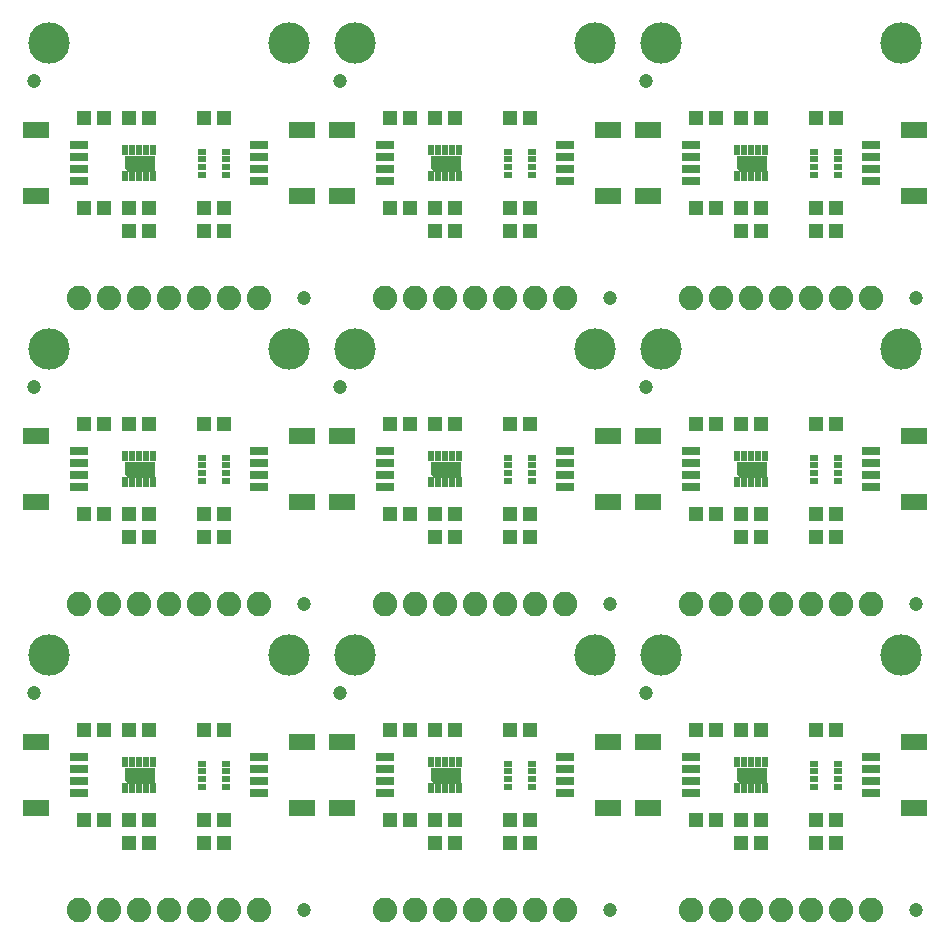
<source format=gts>
G75*
%MOIN*%
%OFA0B0*%
%FSLAX25Y25*%
%IPPOS*%
%LPD*%
%AMOC8*
5,1,8,0,0,1.08239X$1,22.5*
%
%ADD10R,0.05131X0.04737*%
%ADD11C,0.13800*%
%ADD12C,0.04737*%
%ADD13C,0.08200*%
%ADD14R,0.02375X0.03556*%
%ADD15C,0.00197*%
%ADD16R,0.02769X0.02178*%
%ADD17R,0.08674X0.05524*%
%ADD18R,0.06115X0.03162*%
D10*
X0065154Y0095833D03*
X0071846Y0095833D03*
X0071846Y0103333D03*
X0065154Y0103333D03*
X0056846Y0103333D03*
X0050154Y0103333D03*
X0050154Y0133333D03*
X0056846Y0133333D03*
X0065154Y0133333D03*
X0071846Y0133333D03*
X0090154Y0133333D03*
X0096846Y0133333D03*
X0096846Y0103333D03*
X0090154Y0103333D03*
X0090154Y0095833D03*
X0096846Y0095833D03*
X0152154Y0103333D03*
X0158846Y0103333D03*
X0167154Y0103333D03*
X0173846Y0103333D03*
X0173846Y0095833D03*
X0167154Y0095833D03*
X0192154Y0095833D03*
X0198846Y0095833D03*
X0198846Y0103333D03*
X0192154Y0103333D03*
X0192154Y0133333D03*
X0198846Y0133333D03*
X0173846Y0133333D03*
X0167154Y0133333D03*
X0158846Y0133333D03*
X0152154Y0133333D03*
X0167154Y0197833D03*
X0167154Y0205333D03*
X0173846Y0205333D03*
X0173846Y0197833D03*
X0158846Y0205333D03*
X0152154Y0205333D03*
X0152154Y0235333D03*
X0158846Y0235333D03*
X0167154Y0235333D03*
X0173846Y0235333D03*
X0192154Y0235333D03*
X0198846Y0235333D03*
X0198846Y0205333D03*
X0198846Y0197833D03*
X0192154Y0197833D03*
X0192154Y0205333D03*
X0254154Y0205333D03*
X0260846Y0205333D03*
X0269154Y0205333D03*
X0269154Y0197833D03*
X0275846Y0197833D03*
X0275846Y0205333D03*
X0294154Y0205333D03*
X0300846Y0205333D03*
X0300846Y0197833D03*
X0294154Y0197833D03*
X0294154Y0235333D03*
X0300846Y0235333D03*
X0275846Y0235333D03*
X0269154Y0235333D03*
X0260846Y0235333D03*
X0254154Y0235333D03*
X0269154Y0299833D03*
X0275846Y0299833D03*
X0275846Y0307333D03*
X0269154Y0307333D03*
X0260846Y0307333D03*
X0254154Y0307333D03*
X0254154Y0337333D03*
X0260846Y0337333D03*
X0269154Y0337333D03*
X0275846Y0337333D03*
X0294154Y0337333D03*
X0300846Y0337333D03*
X0300846Y0307333D03*
X0294154Y0307333D03*
X0294154Y0299833D03*
X0300846Y0299833D03*
X0198846Y0299833D03*
X0192154Y0299833D03*
X0192154Y0307333D03*
X0198846Y0307333D03*
X0173846Y0307333D03*
X0167154Y0307333D03*
X0167154Y0299833D03*
X0173846Y0299833D03*
X0158846Y0307333D03*
X0152154Y0307333D03*
X0152154Y0337333D03*
X0158846Y0337333D03*
X0167154Y0337333D03*
X0173846Y0337333D03*
X0192154Y0337333D03*
X0198846Y0337333D03*
X0096846Y0337333D03*
X0090154Y0337333D03*
X0071846Y0337333D03*
X0065154Y0337333D03*
X0056846Y0337333D03*
X0050154Y0337333D03*
X0050154Y0307333D03*
X0056846Y0307333D03*
X0065154Y0307333D03*
X0071846Y0307333D03*
X0071846Y0299833D03*
X0065154Y0299833D03*
X0090154Y0299833D03*
X0096846Y0299833D03*
X0096846Y0307333D03*
X0090154Y0307333D03*
X0090154Y0235333D03*
X0096846Y0235333D03*
X0071846Y0235333D03*
X0065154Y0235333D03*
X0056846Y0235333D03*
X0050154Y0235333D03*
X0050154Y0205333D03*
X0056846Y0205333D03*
X0065154Y0205333D03*
X0065154Y0197833D03*
X0071846Y0197833D03*
X0071846Y0205333D03*
X0090154Y0205333D03*
X0090154Y0197833D03*
X0096846Y0197833D03*
X0096846Y0205333D03*
X0254154Y0133333D03*
X0260846Y0133333D03*
X0269154Y0133333D03*
X0275846Y0133333D03*
X0294154Y0133333D03*
X0300846Y0133333D03*
X0300846Y0103333D03*
X0294154Y0103333D03*
X0294154Y0095833D03*
X0300846Y0095833D03*
X0275846Y0095833D03*
X0269154Y0095833D03*
X0269154Y0103333D03*
X0275846Y0103333D03*
X0260846Y0103333D03*
X0254154Y0103333D03*
D11*
X0242500Y0158333D03*
X0220500Y0158333D03*
X0140500Y0158333D03*
X0118500Y0158333D03*
X0038500Y0158333D03*
X0038500Y0260333D03*
X0118500Y0260333D03*
X0140500Y0260333D03*
X0220500Y0260333D03*
X0242500Y0260333D03*
X0322500Y0260333D03*
X0322500Y0158333D03*
X0322500Y0362333D03*
X0242500Y0362333D03*
X0220500Y0362333D03*
X0140500Y0362333D03*
X0118500Y0362333D03*
X0038500Y0362333D03*
D12*
X0033500Y0349833D03*
X0123500Y0277333D03*
X0135500Y0247833D03*
X0123500Y0175333D03*
X0135500Y0145833D03*
X0123500Y0073333D03*
X0033500Y0145833D03*
X0033500Y0247833D03*
X0135500Y0349833D03*
X0225500Y0277333D03*
X0237500Y0247833D03*
X0225500Y0175333D03*
X0237500Y0145833D03*
X0225500Y0073333D03*
X0327500Y0073333D03*
X0327500Y0175333D03*
X0327500Y0277333D03*
X0237500Y0349833D03*
D13*
X0048500Y0073333D03*
X0058500Y0073333D03*
X0068500Y0073333D03*
X0078500Y0073333D03*
X0088500Y0073333D03*
X0098500Y0073333D03*
X0108500Y0073333D03*
X0150500Y0073333D03*
X0160500Y0073333D03*
X0170500Y0073333D03*
X0180500Y0073333D03*
X0190500Y0073333D03*
X0200500Y0073333D03*
X0210500Y0073333D03*
X0252500Y0073333D03*
X0262500Y0073333D03*
X0272500Y0073333D03*
X0282500Y0073333D03*
X0292500Y0073333D03*
X0302500Y0073333D03*
X0312500Y0073333D03*
X0312500Y0175333D03*
X0302500Y0175333D03*
X0292500Y0175333D03*
X0282500Y0175333D03*
X0272500Y0175333D03*
X0262500Y0175333D03*
X0252500Y0175333D03*
X0210500Y0175333D03*
X0200500Y0175333D03*
X0190500Y0175333D03*
X0180500Y0175333D03*
X0170500Y0175333D03*
X0160500Y0175333D03*
X0150500Y0175333D03*
X0108500Y0175333D03*
X0098500Y0175333D03*
X0088500Y0175333D03*
X0078500Y0175333D03*
X0068500Y0175333D03*
X0058500Y0175333D03*
X0048500Y0175333D03*
X0048500Y0277333D03*
X0058500Y0277333D03*
X0068500Y0277333D03*
X0078500Y0277333D03*
X0088500Y0277333D03*
X0098500Y0277333D03*
X0108500Y0277333D03*
X0150500Y0277333D03*
X0160500Y0277333D03*
X0170500Y0277333D03*
X0180500Y0277333D03*
X0190500Y0277333D03*
X0200500Y0277333D03*
X0210500Y0277333D03*
X0252500Y0277333D03*
X0262500Y0277333D03*
X0272500Y0277333D03*
X0282500Y0277333D03*
X0292500Y0277333D03*
X0302500Y0277333D03*
X0312500Y0277333D03*
D14*
X0277224Y0318003D03*
X0274862Y0318003D03*
X0272500Y0318003D03*
X0270138Y0318003D03*
X0267776Y0318003D03*
X0267776Y0326664D03*
X0270138Y0326664D03*
X0272500Y0326664D03*
X0274862Y0326664D03*
X0277224Y0326664D03*
X0277224Y0224664D03*
X0274862Y0224664D03*
X0272500Y0224664D03*
X0270138Y0224664D03*
X0267776Y0224664D03*
X0267776Y0216003D03*
X0270138Y0216003D03*
X0272500Y0216003D03*
X0274862Y0216003D03*
X0277224Y0216003D03*
X0277224Y0122664D03*
X0274862Y0122664D03*
X0272500Y0122664D03*
X0270138Y0122664D03*
X0267776Y0122664D03*
X0267776Y0114003D03*
X0270138Y0114003D03*
X0272500Y0114003D03*
X0274862Y0114003D03*
X0277224Y0114003D03*
X0175224Y0114003D03*
X0172862Y0114003D03*
X0170500Y0114003D03*
X0168138Y0114003D03*
X0165776Y0114003D03*
X0165776Y0122664D03*
X0168138Y0122664D03*
X0170500Y0122664D03*
X0172862Y0122664D03*
X0175224Y0122664D03*
X0175224Y0216003D03*
X0172862Y0216003D03*
X0170500Y0216003D03*
X0168138Y0216003D03*
X0165776Y0216003D03*
X0165776Y0224664D03*
X0168138Y0224664D03*
X0170500Y0224664D03*
X0172862Y0224664D03*
X0175224Y0224664D03*
X0175224Y0318003D03*
X0172862Y0318003D03*
X0170500Y0318003D03*
X0168138Y0318003D03*
X0165776Y0318003D03*
X0165776Y0326664D03*
X0168138Y0326664D03*
X0170500Y0326664D03*
X0172862Y0326664D03*
X0175224Y0326664D03*
X0073224Y0326664D03*
X0070862Y0326664D03*
X0068500Y0326664D03*
X0066138Y0326664D03*
X0063776Y0326664D03*
X0063776Y0318003D03*
X0066138Y0318003D03*
X0068500Y0318003D03*
X0070862Y0318003D03*
X0073224Y0318003D03*
X0073224Y0224664D03*
X0070862Y0224664D03*
X0068500Y0224664D03*
X0066138Y0224664D03*
X0063776Y0224664D03*
X0063776Y0216003D03*
X0066138Y0216003D03*
X0068500Y0216003D03*
X0070862Y0216003D03*
X0073224Y0216003D03*
X0073224Y0122664D03*
X0070862Y0122664D03*
X0068500Y0122664D03*
X0066138Y0122664D03*
X0063776Y0122664D03*
X0063776Y0114003D03*
X0066138Y0114003D03*
X0068500Y0114003D03*
X0070862Y0114003D03*
X0073224Y0114003D03*
D15*
X0073323Y0115873D02*
X0073323Y0120794D01*
X0063677Y0120794D01*
X0063677Y0116955D01*
X0064760Y0115873D01*
X0073323Y0115873D01*
X0073323Y0116002D02*
X0064631Y0116002D01*
X0064436Y0116197D02*
X0073323Y0116197D01*
X0073323Y0116392D02*
X0064240Y0116392D01*
X0064045Y0116588D02*
X0073323Y0116588D01*
X0073323Y0116783D02*
X0063850Y0116783D01*
X0063677Y0116978D02*
X0073323Y0116978D01*
X0073323Y0117174D02*
X0063677Y0117174D01*
X0063677Y0117369D02*
X0073323Y0117369D01*
X0073323Y0117564D02*
X0063677Y0117564D01*
X0063677Y0117760D02*
X0073323Y0117760D01*
X0073323Y0117955D02*
X0063677Y0117955D01*
X0063677Y0118151D02*
X0073323Y0118151D01*
X0073323Y0118346D02*
X0063677Y0118346D01*
X0063677Y0118541D02*
X0073323Y0118541D01*
X0073323Y0118737D02*
X0063677Y0118737D01*
X0063677Y0118932D02*
X0073323Y0118932D01*
X0073323Y0119127D02*
X0063677Y0119127D01*
X0063677Y0119323D02*
X0073323Y0119323D01*
X0073323Y0119518D02*
X0063677Y0119518D01*
X0063677Y0119713D02*
X0073323Y0119713D01*
X0073323Y0119909D02*
X0063677Y0119909D01*
X0063677Y0120104D02*
X0073323Y0120104D01*
X0073323Y0120300D02*
X0063677Y0120300D01*
X0063677Y0120495D02*
X0073323Y0120495D01*
X0073323Y0120690D02*
X0063677Y0120690D01*
X0064760Y0217873D02*
X0063677Y0218955D01*
X0063677Y0222794D01*
X0073323Y0222794D01*
X0073323Y0217873D01*
X0064760Y0217873D01*
X0064652Y0217980D02*
X0073323Y0217980D01*
X0073323Y0218176D02*
X0064457Y0218176D01*
X0064261Y0218371D02*
X0073323Y0218371D01*
X0073323Y0218566D02*
X0064066Y0218566D01*
X0063871Y0218762D02*
X0073323Y0218762D01*
X0073323Y0218957D02*
X0063677Y0218957D01*
X0063677Y0219153D02*
X0073323Y0219153D01*
X0073323Y0219348D02*
X0063677Y0219348D01*
X0063677Y0219543D02*
X0073323Y0219543D01*
X0073323Y0219739D02*
X0063677Y0219739D01*
X0063677Y0219934D02*
X0073323Y0219934D01*
X0073323Y0220129D02*
X0063677Y0220129D01*
X0063677Y0220325D02*
X0073323Y0220325D01*
X0073323Y0220520D02*
X0063677Y0220520D01*
X0063677Y0220715D02*
X0073323Y0220715D01*
X0073323Y0220911D02*
X0063677Y0220911D01*
X0063677Y0221106D02*
X0073323Y0221106D01*
X0073323Y0221302D02*
X0063677Y0221302D01*
X0063677Y0221497D02*
X0073323Y0221497D01*
X0073323Y0221692D02*
X0063677Y0221692D01*
X0063677Y0221888D02*
X0073323Y0221888D01*
X0073323Y0222083D02*
X0063677Y0222083D01*
X0063677Y0222278D02*
X0073323Y0222278D01*
X0073323Y0222474D02*
X0063677Y0222474D01*
X0063677Y0222669D02*
X0073323Y0222669D01*
X0073323Y0319873D02*
X0064760Y0319873D01*
X0063677Y0320955D01*
X0063677Y0324794D01*
X0073323Y0324794D01*
X0073323Y0319873D01*
X0073323Y0319959D02*
X0064673Y0319959D01*
X0064478Y0320155D02*
X0073323Y0320155D01*
X0073323Y0320350D02*
X0064283Y0320350D01*
X0064087Y0320545D02*
X0073323Y0320545D01*
X0073323Y0320741D02*
X0063892Y0320741D01*
X0063697Y0320936D02*
X0073323Y0320936D01*
X0073323Y0321131D02*
X0063677Y0321131D01*
X0063677Y0321327D02*
X0073323Y0321327D01*
X0073323Y0321522D02*
X0063677Y0321522D01*
X0063677Y0321717D02*
X0073323Y0321717D01*
X0073323Y0321913D02*
X0063677Y0321913D01*
X0063677Y0322108D02*
X0073323Y0322108D01*
X0073323Y0322304D02*
X0063677Y0322304D01*
X0063677Y0322499D02*
X0073323Y0322499D01*
X0073323Y0322694D02*
X0063677Y0322694D01*
X0063677Y0322890D02*
X0073323Y0322890D01*
X0073323Y0323085D02*
X0063677Y0323085D01*
X0063677Y0323280D02*
X0073323Y0323280D01*
X0073323Y0323476D02*
X0063677Y0323476D01*
X0063677Y0323671D02*
X0073323Y0323671D01*
X0073323Y0323866D02*
X0063677Y0323866D01*
X0063677Y0324062D02*
X0073323Y0324062D01*
X0073323Y0324257D02*
X0063677Y0324257D01*
X0063677Y0324453D02*
X0073323Y0324453D01*
X0073323Y0324648D02*
X0063677Y0324648D01*
X0165677Y0324648D02*
X0175323Y0324648D01*
X0175323Y0324794D02*
X0175323Y0319873D01*
X0166760Y0319873D01*
X0165677Y0320955D01*
X0165677Y0324794D01*
X0175323Y0324794D01*
X0175323Y0324453D02*
X0165677Y0324453D01*
X0165677Y0324257D02*
X0175323Y0324257D01*
X0175323Y0324062D02*
X0165677Y0324062D01*
X0165677Y0323866D02*
X0175323Y0323866D01*
X0175323Y0323671D02*
X0165677Y0323671D01*
X0165677Y0323476D02*
X0175323Y0323476D01*
X0175323Y0323280D02*
X0165677Y0323280D01*
X0165677Y0323085D02*
X0175323Y0323085D01*
X0175323Y0322890D02*
X0165677Y0322890D01*
X0165677Y0322694D02*
X0175323Y0322694D01*
X0175323Y0322499D02*
X0165677Y0322499D01*
X0165677Y0322304D02*
X0175323Y0322304D01*
X0175323Y0322108D02*
X0165677Y0322108D01*
X0165677Y0321913D02*
X0175323Y0321913D01*
X0175323Y0321717D02*
X0165677Y0321717D01*
X0165677Y0321522D02*
X0175323Y0321522D01*
X0175323Y0321327D02*
X0165677Y0321327D01*
X0165677Y0321131D02*
X0175323Y0321131D01*
X0175323Y0320936D02*
X0165697Y0320936D01*
X0165892Y0320741D02*
X0175323Y0320741D01*
X0175323Y0320545D02*
X0166087Y0320545D01*
X0166283Y0320350D02*
X0175323Y0320350D01*
X0175323Y0320155D02*
X0166478Y0320155D01*
X0166673Y0319959D02*
X0175323Y0319959D01*
X0267677Y0320955D02*
X0267677Y0324794D01*
X0277323Y0324794D01*
X0277323Y0319873D01*
X0268760Y0319873D01*
X0267677Y0320955D01*
X0267697Y0320936D02*
X0277323Y0320936D01*
X0277323Y0320741D02*
X0267892Y0320741D01*
X0268087Y0320545D02*
X0277323Y0320545D01*
X0277323Y0320350D02*
X0268283Y0320350D01*
X0268478Y0320155D02*
X0277323Y0320155D01*
X0277323Y0319959D02*
X0268673Y0319959D01*
X0267677Y0321131D02*
X0277323Y0321131D01*
X0277323Y0321327D02*
X0267677Y0321327D01*
X0267677Y0321522D02*
X0277323Y0321522D01*
X0277323Y0321717D02*
X0267677Y0321717D01*
X0267677Y0321913D02*
X0277323Y0321913D01*
X0277323Y0322108D02*
X0267677Y0322108D01*
X0267677Y0322304D02*
X0277323Y0322304D01*
X0277323Y0322499D02*
X0267677Y0322499D01*
X0267677Y0322694D02*
X0277323Y0322694D01*
X0277323Y0322890D02*
X0267677Y0322890D01*
X0267677Y0323085D02*
X0277323Y0323085D01*
X0277323Y0323280D02*
X0267677Y0323280D01*
X0267677Y0323476D02*
X0277323Y0323476D01*
X0277323Y0323671D02*
X0267677Y0323671D01*
X0267677Y0323866D02*
X0277323Y0323866D01*
X0277323Y0324062D02*
X0267677Y0324062D01*
X0267677Y0324257D02*
X0277323Y0324257D01*
X0277323Y0324453D02*
X0267677Y0324453D01*
X0267677Y0324648D02*
X0277323Y0324648D01*
X0277323Y0222794D02*
X0267677Y0222794D01*
X0267677Y0218955D01*
X0268760Y0217873D01*
X0277323Y0217873D01*
X0277323Y0222794D01*
X0277323Y0222669D02*
X0267677Y0222669D01*
X0267677Y0222474D02*
X0277323Y0222474D01*
X0277323Y0222278D02*
X0267677Y0222278D01*
X0267677Y0222083D02*
X0277323Y0222083D01*
X0277323Y0221888D02*
X0267677Y0221888D01*
X0267677Y0221692D02*
X0277323Y0221692D01*
X0277323Y0221497D02*
X0267677Y0221497D01*
X0267677Y0221302D02*
X0277323Y0221302D01*
X0277323Y0221106D02*
X0267677Y0221106D01*
X0267677Y0220911D02*
X0277323Y0220911D01*
X0277323Y0220715D02*
X0267677Y0220715D01*
X0267677Y0220520D02*
X0277323Y0220520D01*
X0277323Y0220325D02*
X0267677Y0220325D01*
X0267677Y0220129D02*
X0277323Y0220129D01*
X0277323Y0219934D02*
X0267677Y0219934D01*
X0267677Y0219739D02*
X0277323Y0219739D01*
X0277323Y0219543D02*
X0267677Y0219543D01*
X0267677Y0219348D02*
X0277323Y0219348D01*
X0277323Y0219153D02*
X0267677Y0219153D01*
X0267677Y0218957D02*
X0277323Y0218957D01*
X0277323Y0218762D02*
X0267871Y0218762D01*
X0268066Y0218566D02*
X0277323Y0218566D01*
X0277323Y0218371D02*
X0268261Y0218371D01*
X0268457Y0218176D02*
X0277323Y0218176D01*
X0277323Y0217980D02*
X0268652Y0217980D01*
X0175323Y0217980D02*
X0166652Y0217980D01*
X0166760Y0217873D02*
X0165677Y0218955D01*
X0165677Y0222794D01*
X0175323Y0222794D01*
X0175323Y0217873D01*
X0166760Y0217873D01*
X0166457Y0218176D02*
X0175323Y0218176D01*
X0175323Y0218371D02*
X0166261Y0218371D01*
X0166066Y0218566D02*
X0175323Y0218566D01*
X0175323Y0218762D02*
X0165871Y0218762D01*
X0165677Y0218957D02*
X0175323Y0218957D01*
X0175323Y0219153D02*
X0165677Y0219153D01*
X0165677Y0219348D02*
X0175323Y0219348D01*
X0175323Y0219543D02*
X0165677Y0219543D01*
X0165677Y0219739D02*
X0175323Y0219739D01*
X0175323Y0219934D02*
X0165677Y0219934D01*
X0165677Y0220129D02*
X0175323Y0220129D01*
X0175323Y0220325D02*
X0165677Y0220325D01*
X0165677Y0220520D02*
X0175323Y0220520D01*
X0175323Y0220715D02*
X0165677Y0220715D01*
X0165677Y0220911D02*
X0175323Y0220911D01*
X0175323Y0221106D02*
X0165677Y0221106D01*
X0165677Y0221302D02*
X0175323Y0221302D01*
X0175323Y0221497D02*
X0165677Y0221497D01*
X0165677Y0221692D02*
X0175323Y0221692D01*
X0175323Y0221888D02*
X0165677Y0221888D01*
X0165677Y0222083D02*
X0175323Y0222083D01*
X0175323Y0222278D02*
X0165677Y0222278D01*
X0165677Y0222474D02*
X0175323Y0222474D01*
X0175323Y0222669D02*
X0165677Y0222669D01*
X0165677Y0120794D02*
X0175323Y0120794D01*
X0175323Y0115873D01*
X0166760Y0115873D01*
X0165677Y0116955D01*
X0165677Y0120794D01*
X0165677Y0120690D02*
X0175323Y0120690D01*
X0175323Y0120495D02*
X0165677Y0120495D01*
X0165677Y0120300D02*
X0175323Y0120300D01*
X0175323Y0120104D02*
X0165677Y0120104D01*
X0165677Y0119909D02*
X0175323Y0119909D01*
X0175323Y0119713D02*
X0165677Y0119713D01*
X0165677Y0119518D02*
X0175323Y0119518D01*
X0175323Y0119323D02*
X0165677Y0119323D01*
X0165677Y0119127D02*
X0175323Y0119127D01*
X0175323Y0118932D02*
X0165677Y0118932D01*
X0165677Y0118737D02*
X0175323Y0118737D01*
X0175323Y0118541D02*
X0165677Y0118541D01*
X0165677Y0118346D02*
X0175323Y0118346D01*
X0175323Y0118151D02*
X0165677Y0118151D01*
X0165677Y0117955D02*
X0175323Y0117955D01*
X0175323Y0117760D02*
X0165677Y0117760D01*
X0165677Y0117564D02*
X0175323Y0117564D01*
X0175323Y0117369D02*
X0165677Y0117369D01*
X0165677Y0117174D02*
X0175323Y0117174D01*
X0175323Y0116978D02*
X0165677Y0116978D01*
X0165850Y0116783D02*
X0175323Y0116783D01*
X0175323Y0116588D02*
X0166045Y0116588D01*
X0166240Y0116392D02*
X0175323Y0116392D01*
X0175323Y0116197D02*
X0166436Y0116197D01*
X0166631Y0116002D02*
X0175323Y0116002D01*
X0267677Y0116955D02*
X0267677Y0120794D01*
X0277323Y0120794D01*
X0277323Y0115873D01*
X0268760Y0115873D01*
X0267677Y0116955D01*
X0267677Y0116978D02*
X0277323Y0116978D01*
X0277323Y0116783D02*
X0267850Y0116783D01*
X0268045Y0116588D02*
X0277323Y0116588D01*
X0277323Y0116392D02*
X0268240Y0116392D01*
X0268436Y0116197D02*
X0277323Y0116197D01*
X0277323Y0116002D02*
X0268631Y0116002D01*
X0267677Y0117174D02*
X0277323Y0117174D01*
X0277323Y0117369D02*
X0267677Y0117369D01*
X0267677Y0117564D02*
X0277323Y0117564D01*
X0277323Y0117760D02*
X0267677Y0117760D01*
X0267677Y0117955D02*
X0277323Y0117955D01*
X0277323Y0118151D02*
X0267677Y0118151D01*
X0267677Y0118346D02*
X0277323Y0118346D01*
X0277323Y0118541D02*
X0267677Y0118541D01*
X0267677Y0118737D02*
X0277323Y0118737D01*
X0277323Y0118932D02*
X0267677Y0118932D01*
X0267677Y0119127D02*
X0277323Y0119127D01*
X0277323Y0119323D02*
X0267677Y0119323D01*
X0267677Y0119518D02*
X0277323Y0119518D01*
X0277323Y0119713D02*
X0267677Y0119713D01*
X0267677Y0119909D02*
X0277323Y0119909D01*
X0277323Y0120104D02*
X0267677Y0120104D01*
X0267677Y0120300D02*
X0277323Y0120300D01*
X0277323Y0120495D02*
X0267677Y0120495D01*
X0267677Y0120690D02*
X0277323Y0120690D01*
D16*
X0293465Y0119613D03*
X0293465Y0122172D03*
X0293465Y0117054D03*
X0293465Y0114495D03*
X0301535Y0114495D03*
X0301535Y0117054D03*
X0301535Y0119613D03*
X0301535Y0122172D03*
X0301535Y0216495D03*
X0301535Y0219054D03*
X0301535Y0221613D03*
X0301535Y0224172D03*
X0293465Y0224172D03*
X0293465Y0221613D03*
X0293465Y0219054D03*
X0293465Y0216495D03*
X0199535Y0216495D03*
X0199535Y0219054D03*
X0199535Y0221613D03*
X0199535Y0224172D03*
X0191465Y0224172D03*
X0191465Y0221613D03*
X0191465Y0219054D03*
X0191465Y0216495D03*
X0191465Y0122172D03*
X0191465Y0119613D03*
X0191465Y0117054D03*
X0191465Y0114495D03*
X0199535Y0114495D03*
X0199535Y0117054D03*
X0199535Y0119613D03*
X0199535Y0122172D03*
X0097535Y0122172D03*
X0097535Y0119613D03*
X0097535Y0117054D03*
X0097535Y0114495D03*
X0089465Y0114495D03*
X0089465Y0117054D03*
X0089465Y0119613D03*
X0089465Y0122172D03*
X0089465Y0216495D03*
X0089465Y0219054D03*
X0089465Y0221613D03*
X0089465Y0224172D03*
X0097535Y0224172D03*
X0097535Y0221613D03*
X0097535Y0219054D03*
X0097535Y0216495D03*
X0097535Y0318495D03*
X0097535Y0321054D03*
X0097535Y0323613D03*
X0097535Y0326172D03*
X0089465Y0326172D03*
X0089465Y0323613D03*
X0089465Y0321054D03*
X0089465Y0318495D03*
X0191465Y0318495D03*
X0191465Y0321054D03*
X0191465Y0323613D03*
X0191465Y0326172D03*
X0199535Y0326172D03*
X0199535Y0323613D03*
X0199535Y0321054D03*
X0199535Y0318495D03*
X0293465Y0318495D03*
X0293465Y0321054D03*
X0293465Y0323613D03*
X0293465Y0326172D03*
X0301535Y0326172D03*
X0301535Y0323613D03*
X0301535Y0321054D03*
X0301535Y0318495D03*
D17*
X0326969Y0311310D03*
X0326969Y0333357D03*
X0238031Y0333357D03*
X0224969Y0333357D03*
X0224969Y0311310D03*
X0238031Y0311310D03*
X0238031Y0231357D03*
X0224969Y0231357D03*
X0224969Y0209310D03*
X0238031Y0209310D03*
X0238031Y0129357D03*
X0224969Y0129357D03*
X0224969Y0107310D03*
X0238031Y0107310D03*
X0326969Y0107310D03*
X0326969Y0129357D03*
X0326969Y0209310D03*
X0326969Y0231357D03*
X0136031Y0231357D03*
X0122969Y0231357D03*
X0122969Y0209310D03*
X0136031Y0209310D03*
X0136031Y0129357D03*
X0122969Y0129357D03*
X0122969Y0107310D03*
X0136031Y0107310D03*
X0034031Y0107310D03*
X0034031Y0129357D03*
X0034031Y0209310D03*
X0034031Y0231357D03*
X0034031Y0311310D03*
X0034031Y0333357D03*
X0122969Y0333357D03*
X0136031Y0333357D03*
X0136031Y0311310D03*
X0122969Y0311310D03*
D18*
X0108500Y0316428D03*
X0108500Y0320365D03*
X0108500Y0324302D03*
X0108500Y0328239D03*
X0150500Y0328239D03*
X0150500Y0324302D03*
X0150500Y0320365D03*
X0150500Y0316428D03*
X0210500Y0316428D03*
X0210500Y0320365D03*
X0210500Y0324302D03*
X0210500Y0328239D03*
X0252500Y0328239D03*
X0252500Y0324302D03*
X0252500Y0320365D03*
X0252500Y0316428D03*
X0312500Y0316428D03*
X0312500Y0320365D03*
X0312500Y0324302D03*
X0312500Y0328239D03*
X0312500Y0226239D03*
X0312500Y0222302D03*
X0312500Y0218365D03*
X0312500Y0214428D03*
X0252500Y0214428D03*
X0252500Y0218365D03*
X0252500Y0222302D03*
X0252500Y0226239D03*
X0210500Y0226239D03*
X0210500Y0222302D03*
X0210500Y0218365D03*
X0210500Y0214428D03*
X0150500Y0214428D03*
X0150500Y0218365D03*
X0150500Y0222302D03*
X0150500Y0226239D03*
X0108500Y0226239D03*
X0108500Y0222302D03*
X0108500Y0218365D03*
X0108500Y0214428D03*
X0048500Y0214428D03*
X0048500Y0218365D03*
X0048500Y0222302D03*
X0048500Y0226239D03*
X0048500Y0316428D03*
X0048500Y0320365D03*
X0048500Y0324302D03*
X0048500Y0328239D03*
X0048500Y0124239D03*
X0048500Y0120302D03*
X0048500Y0116365D03*
X0048500Y0112428D03*
X0108500Y0112428D03*
X0108500Y0116365D03*
X0108500Y0120302D03*
X0108500Y0124239D03*
X0150500Y0124239D03*
X0150500Y0120302D03*
X0150500Y0116365D03*
X0150500Y0112428D03*
X0210500Y0112428D03*
X0210500Y0116365D03*
X0210500Y0120302D03*
X0210500Y0124239D03*
X0252500Y0124239D03*
X0252500Y0120302D03*
X0252500Y0116365D03*
X0252500Y0112428D03*
X0312500Y0112428D03*
X0312500Y0116365D03*
X0312500Y0120302D03*
X0312500Y0124239D03*
M02*

</source>
